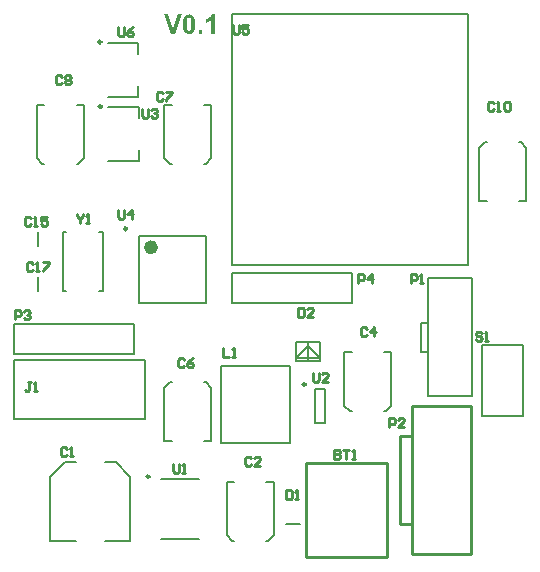
<source format=gto>
%FSLAX25Y25*%
%MOIN*%
G70*
G01*
G75*
%ADD10R,0.07874X0.03150*%
%ADD11R,0.08465X0.11221*%
%ADD12R,0.06693X0.06693*%
%ADD13R,0.04134X0.02362*%
%ADD14R,0.05512X0.04724*%
%ADD15R,0.09921X0.13425*%
%ADD16O,0.05709X0.02362*%
%ADD17R,0.07284X0.16339*%
%ADD18O,0.00984X0.06102*%
%ADD19O,0.06102X0.00984*%
%ADD20R,0.09449X0.07087*%
%ADD21R,0.04724X0.05512*%
%ADD22R,0.05512X0.02362*%
%ADD23R,0.07087X0.02362*%
G04:AMPARAMS|DCode=24|XSize=74.8mil|YSize=125.98mil|CornerRadius=0mil|HoleSize=0mil|Usage=FLASHONLY|Rotation=90.000|XOffset=0mil|YOffset=0mil|HoleType=Round|Shape=Octagon|*
%AMOCTAGOND24*
4,1,8,-0.06299,-0.01870,-0.06299,0.01870,-0.04429,0.03740,0.04429,0.03740,0.06299,0.01870,0.06299,-0.01870,0.04429,-0.03740,-0.04429,-0.03740,-0.06299,-0.01870,0.0*
%
%ADD24OCTAGOND24*%

%ADD25R,0.21654X0.09843*%
%ADD26C,0.01000*%
%ADD27C,0.02000*%
%ADD28C,0.05906*%
%ADD29R,0.05906X0.05906*%
%ADD30O,0.06299X0.03937*%
%ADD31C,0.07874*%
%ADD32C,0.06299*%
%ADD33C,0.09000*%
%ADD34C,0.01969*%
%ADD35C,0.01600*%
%ADD36C,0.03000*%
%ADD37R,0.12598X0.20472*%
%ADD38C,0.00984*%
%ADD39C,0.02362*%
%ADD40C,0.00800*%
%ADD41C,0.00787*%
%ADD42C,0.00600*%
G36*
X64806Y176000D02*
X63580D01*
Y177226D01*
X64806D01*
Y176000D01*
D02*
G37*
G36*
X60512Y182422D02*
X60574D01*
X60651Y182407D01*
X60743Y182392D01*
X60843Y182376D01*
X60951Y182345D01*
X61067Y182315D01*
X61183Y182268D01*
X61306Y182214D01*
X61429Y182145D01*
X61545Y182068D01*
X61661Y181983D01*
X61776Y181875D01*
X61876Y181759D01*
X61884Y181752D01*
X61907Y181721D01*
X61938Y181675D01*
X61977Y181605D01*
X62023Y181520D01*
X62077Y181412D01*
X62131Y181289D01*
X62193Y181143D01*
X62247Y180973D01*
X62301Y180780D01*
X62354Y180564D01*
X62401Y180325D01*
X62447Y180071D01*
X62478Y179786D01*
X62493Y179485D01*
X62501Y179153D01*
Y179146D01*
Y179130D01*
Y179107D01*
Y179076D01*
Y179030D01*
X62493Y178984D01*
Y178860D01*
X62486Y178706D01*
X62470Y178537D01*
X62447Y178351D01*
X62424Y178151D01*
X62385Y177935D01*
X62347Y177719D01*
X62293Y177503D01*
X62231Y177288D01*
X62162Y177079D01*
X62077Y176879D01*
X61977Y176702D01*
X61869Y176540D01*
X61861Y176532D01*
X61846Y176509D01*
X61815Y176478D01*
X61776Y176439D01*
X61722Y176393D01*
X61653Y176331D01*
X61584Y176278D01*
X61491Y176216D01*
X61399Y176154D01*
X61291Y176100D01*
X61167Y176046D01*
X61036Y175992D01*
X60897Y175954D01*
X60751Y175923D01*
X60589Y175900D01*
X60419Y175892D01*
X60381D01*
X60327Y175900D01*
X60265D01*
X60188Y175915D01*
X60096Y175931D01*
X59995Y175954D01*
X59880Y175985D01*
X59764Y176023D01*
X59641Y176069D01*
X59517Y176123D01*
X59394Y176193D01*
X59271Y176278D01*
X59147Y176370D01*
X59024Y176486D01*
X58916Y176609D01*
X58908Y176617D01*
X58893Y176640D01*
X58862Y176686D01*
X58823Y176748D01*
X58785Y176833D01*
X58738Y176933D01*
X58685Y177056D01*
X58631Y177195D01*
X58577Y177365D01*
X58523Y177550D01*
X58476Y177758D01*
X58438Y177989D01*
X58399Y178251D01*
X58368Y178529D01*
X58353Y178837D01*
X58345Y179169D01*
Y179176D01*
Y179192D01*
Y179215D01*
Y179246D01*
Y179292D01*
X58353Y179338D01*
Y179462D01*
X58368Y179608D01*
X58376Y179786D01*
X58399Y179971D01*
X58422Y180171D01*
X58453Y180379D01*
X58499Y180595D01*
X58546Y180819D01*
X58608Y181027D01*
X58677Y181235D01*
X58762Y181436D01*
X58862Y181613D01*
X58970Y181775D01*
X58978Y181782D01*
X58993Y181806D01*
X59024Y181836D01*
X59062Y181875D01*
X59116Y181929D01*
X59186Y181983D01*
X59255Y182045D01*
X59348Y182106D01*
X59440Y182160D01*
X59548Y182222D01*
X59671Y182276D01*
X59803Y182330D01*
X59941Y182369D01*
X60088Y182399D01*
X60250Y182422D01*
X60419Y182430D01*
X60458D01*
X60512Y182422D01*
D02*
G37*
G36*
X68939Y176000D02*
X67713D01*
Y180626D01*
X67705Y180618D01*
X67682Y180595D01*
X67644Y180564D01*
X67590Y180526D01*
X67528Y180472D01*
X67451Y180410D01*
X67358Y180341D01*
X67258Y180271D01*
X67150Y180202D01*
X67027Y180125D01*
X66896Y180048D01*
X66757Y179971D01*
X66610Y179894D01*
X66456Y179824D01*
X66294Y179762D01*
X66125Y179701D01*
Y180811D01*
X66132D01*
X66148Y180819D01*
X66171Y180826D01*
X66210Y180842D01*
X66256Y180857D01*
X66302Y180880D01*
X66364Y180911D01*
X66433Y180942D01*
X66587Y181027D01*
X66765Y181127D01*
X66957Y181251D01*
X67166Y181405D01*
X67173Y181412D01*
X67189Y181428D01*
X67220Y181451D01*
X67258Y181482D01*
X67304Y181528D01*
X67358Y181574D01*
X67412Y181636D01*
X67474Y181698D01*
X67605Y181852D01*
X67728Y182021D01*
X67844Y182214D01*
X67890Y182322D01*
X67937Y182430D01*
X68939D01*
Y176000D01*
D02*
G37*
G36*
X55685D02*
X54290D01*
X52000Y182407D01*
X53395D01*
X55022Y177665D01*
X56587Y182407D01*
X57968D01*
X55685Y176000D01*
D02*
G37*
%LPC*%
G36*
X60419Y181412D02*
X60381D01*
X60342Y181405D01*
X60288Y181397D01*
X60227Y181374D01*
X60157Y181351D01*
X60088Y181312D01*
X60018Y181266D01*
X60011Y181258D01*
X59988Y181235D01*
X59957Y181204D01*
X59926Y181150D01*
X59880Y181081D01*
X59833Y180996D01*
X59795Y180888D01*
X59756Y180757D01*
Y180749D01*
X59749Y180734D01*
Y180703D01*
X59741Y180665D01*
X59725Y180611D01*
X59718Y180549D01*
X59710Y180472D01*
X59695Y180379D01*
X59687Y180271D01*
X59671Y180156D01*
X59664Y180025D01*
X59656Y179878D01*
X59648Y179716D01*
X59641Y179547D01*
X59633Y179354D01*
Y179153D01*
Y179138D01*
Y179107D01*
Y179045D01*
Y178968D01*
Y178876D01*
X59641Y178776D01*
Y178660D01*
X59648Y178537D01*
X59656Y178282D01*
X59679Y178028D01*
X59695Y177904D01*
X59702Y177789D01*
X59725Y177689D01*
X59741Y177604D01*
Y177596D01*
X59749Y177588D01*
X59756Y177565D01*
X59764Y177534D01*
X59787Y177465D01*
X59818Y177380D01*
X59864Y177288D01*
X59911Y177195D01*
X59964Y177110D01*
X60026Y177049D01*
X60034Y177041D01*
X60057Y177025D01*
X60096Y177002D01*
X60142Y176979D01*
X60196Y176956D01*
X60265Y176933D01*
X60342Y176918D01*
X60419Y176910D01*
X60458D01*
X60496Y176918D01*
X60550Y176925D01*
X60612Y176941D01*
X60681Y176971D01*
X60751Y177002D01*
X60812Y177049D01*
X60820Y177056D01*
X60843Y177079D01*
X60874Y177110D01*
X60913Y177164D01*
X60959Y177234D01*
X61005Y177318D01*
X61044Y177426D01*
X61082Y177557D01*
Y177565D01*
X61090Y177580D01*
X61098Y177611D01*
X61106Y177650D01*
X61113Y177704D01*
X61121Y177766D01*
X61136Y177843D01*
X61152Y177935D01*
X61159Y178035D01*
X61175Y178151D01*
X61183Y178282D01*
X61190Y178429D01*
X61198Y178591D01*
X61206Y178760D01*
X61213Y178953D01*
Y179153D01*
Y179169D01*
Y179200D01*
Y179261D01*
Y179338D01*
Y179431D01*
X61206Y179531D01*
Y179647D01*
X61198Y179770D01*
X61183Y180025D01*
X61167Y180279D01*
X61152Y180402D01*
X61136Y180518D01*
X61121Y180618D01*
X61098Y180703D01*
Y180711D01*
X61090Y180719D01*
Y180742D01*
X61075Y180772D01*
X61051Y180842D01*
X61021Y180934D01*
X60974Y181027D01*
X60928Y181119D01*
X60874Y181204D01*
X60812Y181266D01*
X60805Y181274D01*
X60782Y181289D01*
X60751Y181312D01*
X60697Y181343D01*
X60643Y181366D01*
X60574Y181389D01*
X60504Y181405D01*
X60419Y181412D01*
D02*
G37*
%LPD*%
D26*
X134626Y2657D02*
X154311D01*
Y51870D01*
X134626D02*
X154311D01*
X134626Y2657D02*
Y51870D01*
X130689Y12500D02*
X134626D01*
X130689D02*
Y42028D01*
X134626D01*
X112500Y32795D02*
X126279D01*
Y1614D02*
Y32795D01*
X99508Y1614D02*
X126279D01*
X99508D02*
Y32795D01*
X112500D01*
X23200Y115799D02*
Y115299D01*
X24200Y114299D01*
X25199Y115299D01*
Y115799D01*
X24200Y114299D02*
Y112800D01*
X26199D02*
X27199D01*
X26699D01*
Y115799D01*
X26199Y115299D01*
X75200Y178999D02*
Y176500D01*
X75700Y176000D01*
X76700D01*
X77199Y176500D01*
Y178999D01*
X80198D02*
X78199D01*
Y177499D01*
X79199Y177999D01*
X79699D01*
X80198Y177499D01*
Y176500D01*
X79699Y176000D01*
X78699D01*
X78199Y176500D01*
X36800Y117399D02*
Y114900D01*
X37300Y114400D01*
X38300D01*
X38799Y114900D01*
Y117399D01*
X41299Y114400D02*
Y117399D01*
X39799Y115900D01*
X41798D01*
X44800Y150999D02*
Y148500D01*
X45300Y148000D01*
X46299D01*
X46799Y148500D01*
Y150999D01*
X47799Y150499D02*
X48299Y150999D01*
X49299D01*
X49798Y150499D01*
Y149999D01*
X49299Y149499D01*
X48799D01*
X49299D01*
X49798Y149000D01*
Y148500D01*
X49299Y148000D01*
X48299D01*
X47799Y148500D01*
X101600Y62999D02*
Y60500D01*
X102100Y60000D01*
X103100D01*
X103599Y60500D01*
Y62999D01*
X106598Y60000D02*
X104599D01*
X106598Y61999D01*
Y62499D01*
X106099Y62999D01*
X105099D01*
X104599Y62499D01*
X55200Y32599D02*
Y30100D01*
X55700Y29600D01*
X56700D01*
X57199Y30100D01*
Y32599D01*
X58199Y29600D02*
X59199D01*
X58699D01*
Y32599D01*
X58199Y32099D01*
X157999Y76099D02*
X157500Y76599D01*
X156500D01*
X156000Y76099D01*
Y75599D01*
X156500Y75099D01*
X157500D01*
X157999Y74600D01*
Y74100D01*
X157500Y73600D01*
X156500D01*
X156000Y74100D01*
X158999Y73600D02*
X159999D01*
X159499D01*
Y76599D01*
X158999Y76099D01*
X116800Y92800D02*
Y95799D01*
X118299D01*
X118799Y95299D01*
Y94300D01*
X118299Y93800D01*
X116800D01*
X121299Y92800D02*
Y95799D01*
X119799Y94300D01*
X121798D01*
X2400Y80800D02*
Y83799D01*
X3900D01*
X4399Y83299D01*
Y82300D01*
X3900Y81800D01*
X2400D01*
X5399Y83299D02*
X5899Y83799D01*
X6899D01*
X7398Y83299D01*
Y82799D01*
X6899Y82300D01*
X6399D01*
X6899D01*
X7398Y81800D01*
Y81300D01*
X6899Y80800D01*
X5899D01*
X5399Y81300D01*
X127200Y44800D02*
Y47799D01*
X128700D01*
X129199Y47299D01*
Y46299D01*
X128700Y45800D01*
X127200D01*
X132198Y44800D02*
X130199D01*
X132198Y46799D01*
Y47299D01*
X131699Y47799D01*
X130699D01*
X130199Y47299D01*
X134400Y92800D02*
Y95799D01*
X135899D01*
X136399Y95299D01*
Y94300D01*
X135899Y93800D01*
X134400D01*
X137399Y92800D02*
X138399D01*
X137899D01*
Y95799D01*
X137399Y95299D01*
X71800Y71399D02*
Y68400D01*
X73799D01*
X74799D02*
X75799D01*
X75299D01*
Y71399D01*
X74799Y70899D01*
X7599Y59799D02*
X6600D01*
X7100D01*
Y57300D01*
X6600Y56800D01*
X6100D01*
X5600Y57300D01*
X8599Y56800D02*
X9599D01*
X9099D01*
Y59799D01*
X8599Y59299D01*
X96800Y84599D02*
Y81600D01*
X98299D01*
X98799Y82100D01*
Y84099D01*
X98299Y84599D01*
X96800D01*
X101798Y81600D02*
X99799D01*
X101798Y83599D01*
Y84099D01*
X101299Y84599D01*
X100299D01*
X99799Y84099D01*
X92800Y23799D02*
Y20800D01*
X94300D01*
X94799Y21300D01*
Y23299D01*
X94300Y23799D01*
X92800D01*
X95799Y20800D02*
X96799D01*
X96299D01*
Y23799D01*
X95799Y23299D01*
X8399Y99299D02*
X7899Y99799D01*
X6900D01*
X6400Y99299D01*
Y97300D01*
X6900Y96800D01*
X7899D01*
X8399Y97300D01*
X9399Y96800D02*
X10399D01*
X9899D01*
Y99799D01*
X9399Y99299D01*
X11898Y99799D02*
X13898D01*
Y99299D01*
X11898Y97300D01*
Y96800D01*
X7599Y114499D02*
X7100Y114999D01*
X6100D01*
X5600Y114499D01*
Y112500D01*
X6100Y112000D01*
X7100D01*
X7599Y112500D01*
X8599Y112000D02*
X9599D01*
X9099D01*
Y114999D01*
X8599Y114499D01*
X13098Y114999D02*
X11098D01*
Y113499D01*
X12098Y113999D01*
X12598D01*
X13098Y113499D01*
Y112500D01*
X12598Y112000D01*
X11598D01*
X11098Y112500D01*
X161999Y152899D02*
X161500Y153399D01*
X160500D01*
X160000Y152899D01*
Y150900D01*
X160500Y150400D01*
X161500D01*
X161999Y150900D01*
X162999Y150400D02*
X163999D01*
X163499D01*
Y153399D01*
X162999Y152899D01*
X165498D02*
X165998Y153399D01*
X166998D01*
X167498Y152899D01*
Y150900D01*
X166998Y150400D01*
X165998D01*
X165498Y150900D01*
Y152899D01*
X17999Y161699D02*
X17500Y162199D01*
X16500D01*
X16000Y161699D01*
Y159700D01*
X16500Y159200D01*
X17500D01*
X17999Y159700D01*
X18999Y161699D02*
X19499Y162199D01*
X20499D01*
X20998Y161699D01*
Y161199D01*
X20499Y160699D01*
X20998Y160200D01*
Y159700D01*
X20499Y159200D01*
X19499D01*
X18999Y159700D01*
Y160200D01*
X19499Y160699D01*
X18999Y161199D01*
Y161699D01*
X19499Y160699D02*
X20499D01*
X51599Y156099D02*
X51099Y156599D01*
X50100D01*
X49600Y156099D01*
Y154100D01*
X50100Y153600D01*
X51099D01*
X51599Y154100D01*
X52599Y156599D02*
X54598D01*
Y156099D01*
X52599Y154100D01*
Y153600D01*
X58799Y67299D02*
X58299Y67799D01*
X57300D01*
X56800Y67299D01*
Y65300D01*
X57300Y64800D01*
X58299D01*
X58799Y65300D01*
X61798Y67799D02*
X60799Y67299D01*
X59799Y66299D01*
Y65300D01*
X60299Y64800D01*
X61299D01*
X61798Y65300D01*
Y65800D01*
X61299Y66299D01*
X59799D01*
X119599Y77699D02*
X119099Y78199D01*
X118100D01*
X117600Y77699D01*
Y75700D01*
X118100Y75200D01*
X119099D01*
X119599Y75700D01*
X122099Y75200D02*
Y78199D01*
X120599Y76700D01*
X122598D01*
X81199Y34499D02*
X80699Y34999D01*
X79700D01*
X79200Y34499D01*
Y32500D01*
X79700Y32000D01*
X80699D01*
X81199Y32500D01*
X84198Y32000D02*
X82199D01*
X84198Y33999D01*
Y34499D01*
X83699Y34999D01*
X82699D01*
X82199Y34499D01*
X19599Y37699D02*
X19099Y38199D01*
X18100D01*
X17600Y37699D01*
Y35700D01*
X18100Y35200D01*
X19099D01*
X19599Y35700D01*
X20599Y35200D02*
X21599D01*
X21099D01*
Y38199D01*
X20599Y37699D01*
X108800Y37399D02*
Y34400D01*
X110300D01*
X110799Y34900D01*
Y35400D01*
X110300Y35899D01*
X108800D01*
X110300D01*
X110799Y36399D01*
Y36899D01*
X110300Y37399D01*
X108800D01*
X111799D02*
X113798D01*
X112799D01*
Y34400D01*
X114798D02*
X115798D01*
X115298D01*
Y37399D01*
X114798Y36899D01*
X36800Y178199D02*
Y175700D01*
X37300Y175200D01*
X38300D01*
X38799Y175700D01*
Y178199D01*
X41798D02*
X40799Y177699D01*
X39799Y176699D01*
Y175700D01*
X40299Y175200D01*
X41299D01*
X41798Y175700D01*
Y176200D01*
X41299Y176699D01*
X39799D01*
D38*
X99276Y59087D02*
G03*
X99276Y59087I-492J0D01*
G01*
X47264Y28346D02*
G03*
X47264Y28346I-492J0D01*
G01*
X39646Y110984D02*
G03*
X39646Y110984I-492J0D01*
G01*
X31358Y151752D02*
G03*
X31358Y151752I-492J0D01*
G01*
X31215Y173252D02*
G03*
X31215Y173252I-492J0D01*
G01*
D39*
X48898Y104783D02*
G03*
X48898Y104783I-1181J0D01*
G01*
D40*
X74626Y182441D02*
X153366D01*
X74626Y98976D02*
X153366D01*
X74626D02*
Y182441D01*
X153366Y98976D02*
Y182441D01*
X30512Y109823D02*
X31693D01*
Y90138D02*
Y109823D01*
X30512Y90138D02*
X31693D01*
X18307Y109823D02*
X19488D01*
X18307Y90138D02*
Y109823D01*
Y90138D02*
X19488D01*
D41*
X157126Y120158D02*
Y138022D01*
Y120158D02*
X159587D01*
X170413D02*
X172874D01*
Y138022D01*
X158947Y139842D02*
X159587D01*
X157126Y138022D02*
X158947Y139842D01*
X171053D02*
X172874Y138022D01*
X170413Y139842D02*
X171053D01*
X114600Y86200D02*
Y96200D01*
X74600Y86200D02*
X114600D01*
X74600Y96200D02*
X114600D01*
X74600Y86200D02*
Y96200D01*
X127874Y51978D02*
Y69842D01*
X125413D02*
X127874D01*
X112126D02*
X114587D01*
X112126Y51978D02*
Y69842D01*
X125413Y50157D02*
X126053D01*
X127874Y51978D01*
X112126D02*
X113947Y50157D01*
X114587D01*
X158110Y48484D02*
X171890D01*
X158110Y72106D02*
X171890D01*
X158110Y48484D02*
Y72106D01*
X171890Y48484D02*
Y72106D01*
X100000Y71969D02*
Y72756D01*
X96063Y66850D02*
Y73150D01*
X103937D01*
Y66850D02*
Y73150D01*
X96063Y66850D02*
X103937D01*
X100000Y71969D02*
X100000Y71969D01*
X100000Y67244D02*
Y71969D01*
X100000Y71969D02*
X100000D01*
X96063Y68032D02*
X100000Y71969D01*
X96063Y68032D02*
X103937D01*
X100000Y71969D02*
X103937Y68032D01*
X105575Y46291D02*
Y57709D01*
X102425Y46291D02*
Y57709D01*
Y46291D02*
X105575D01*
X102425Y57709D02*
X105575D01*
X92638Y12500D02*
X97362D01*
X88674Y8778D02*
Y26643D01*
X86213D02*
X88674D01*
X72926D02*
X75387D01*
X72926Y8778D02*
Y26643D01*
X86213Y6957D02*
X86853D01*
X88674Y8778D01*
X72926D02*
X74747Y6957D01*
X75387D01*
X52126Y40157D02*
Y58022D01*
Y40157D02*
X54587D01*
X65413D02*
X67874D01*
Y58022D01*
X53947Y59842D02*
X54587D01*
X52126Y58022D02*
X53947Y59842D01*
X66053D02*
X67874Y58022D01*
X65413Y59842D02*
X66053D01*
X51201Y7461D02*
X63799D01*
X51201Y27539D02*
X63799D01*
X14114Y6811D02*
Y28317D01*
Y6811D02*
X22677D01*
X32323D02*
X40886D01*
Y28317D01*
X18986Y33189D02*
X22677D01*
X14114Y28317D02*
X18986Y33189D01*
X36014D02*
X40886Y28317D01*
X32323Y33189D02*
X36014D01*
X45787Y47657D02*
Y67343D01*
X2087D02*
X45787D01*
X2087Y47657D02*
Y67343D01*
Y47657D02*
X45787D01*
X2200Y69400D02*
Y79400D01*
X42200D01*
X2200Y69400D02*
X42200D01*
Y79400D01*
X43780Y86279D02*
X66220D01*
X43780Y108721D02*
X66220D01*
Y86279D02*
Y108721D01*
X43780Y86279D02*
Y108721D01*
X10000Y90138D02*
Y94862D01*
Y105138D02*
Y109862D01*
X25374Y134478D02*
Y152342D01*
X22913D02*
X25374D01*
X9626D02*
X12087D01*
X9626Y134478D02*
Y152342D01*
X22913Y132658D02*
X23553D01*
X25374Y134478D01*
X9626D02*
X11447Y132658D01*
X12087D01*
X33425Y151555D02*
X43661D01*
Y147815D02*
Y151555D01*
X33425Y133445D02*
X43661D01*
Y137185D01*
X67874Y134478D02*
Y152342D01*
X65413D02*
X67874D01*
X52126D02*
X54587D01*
X52126Y134478D02*
Y152342D01*
X65413Y132658D02*
X66053D01*
X67874Y134478D01*
X52126D02*
X53947Y132658D01*
X54587D01*
X43518Y154945D02*
Y158685D01*
X33282Y154945D02*
X43518D01*
Y169315D02*
Y173055D01*
X33282D02*
X43518D01*
D42*
X140079Y55079D02*
X154842D01*
Y94449D01*
X140079D02*
X154842D01*
X140079Y55079D02*
Y94449D01*
X137618Y69842D02*
X140079D01*
X137618D02*
Y79685D01*
X140079D01*
X71083Y39488D02*
X93917D01*
Y65079D01*
X71083D02*
X93917D01*
X71083Y39488D02*
Y65079D01*
M02*

</source>
